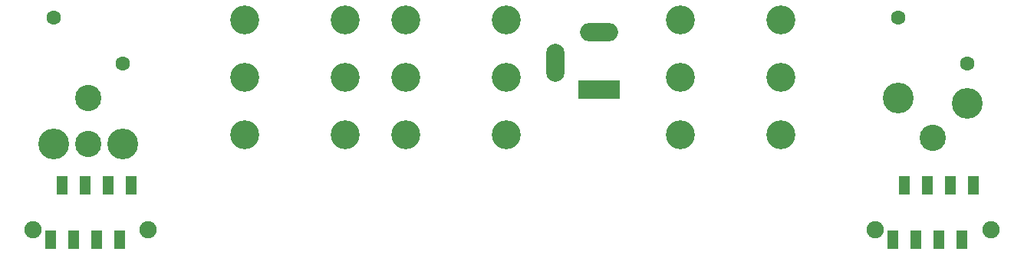
<source format=gbr>
%TF.GenerationSoftware,KiCad,Pcbnew,(6.0.9-0)*%
%TF.CreationDate,2024-08-25T20:51:05+02:00*%
%TF.ProjectId,preamp-test-jacks-board,70726561-6d70-42d7-9465-73742d6a6163,rev?*%
%TF.SameCoordinates,Original*%
%TF.FileFunction,Soldermask,Top*%
%TF.FilePolarity,Negative*%
%FSLAX46Y46*%
G04 Gerber Fmt 4.6, Leading zero omitted, Abs format (unit mm)*
G04 Created by KiCad (PCBNEW (6.0.9-0)) date 2024-08-25 20:51:05*
%MOMM*%
%LPD*%
G01*
G04 APERTURE LIST*
%ADD10C,1.900000*%
%ADD11R,1.200000X2.000000*%
%ADD12C,1.600000*%
%ADD13C,3.400000*%
%ADD14C,2.900000*%
%ADD15R,4.600000X2.000000*%
%ADD16O,4.200000X2.000000*%
%ADD17O,2.000000X4.200000*%
%ADD18C,3.200000*%
G04 APERTURE END LIST*
D10*
%TO.C,J8*%
X59870000Y-68900000D03*
X47130000Y-68900000D03*
D11*
X49050000Y-70000000D03*
X50320000Y-64000000D03*
X51590000Y-70000000D03*
X52860000Y-64000000D03*
X54130000Y-70000000D03*
X55400000Y-64000000D03*
X56670000Y-70000000D03*
X57940000Y-64000000D03*
%TD*%
D12*
%TO.C,J4*%
X57060000Y-50500000D03*
X49440000Y-45420000D03*
D13*
X57060000Y-59390000D03*
X49440000Y-59390000D03*
D14*
X53250000Y-59390000D03*
X53250000Y-54310000D03*
%TD*%
D15*
%TO.C,J1*%
X109600000Y-53350000D03*
D16*
X109600000Y-47050000D03*
D17*
X104800000Y-50450000D03*
%TD*%
D10*
%TO.C,J7*%
X140130000Y-68900000D03*
X152870000Y-68900000D03*
D11*
X142050000Y-70000000D03*
X143320000Y-64000000D03*
X144590000Y-70000000D03*
X145860000Y-64000000D03*
X147130000Y-70000000D03*
X148400000Y-64000000D03*
X149670000Y-70000000D03*
X150940000Y-64000000D03*
%TD*%
D18*
%TO.C,J6*%
X70500000Y-52000000D03*
X81600000Y-52000000D03*
X70500000Y-45700000D03*
X81600000Y-45700000D03*
X70500000Y-58350000D03*
X81600000Y-58350000D03*
%TD*%
%TO.C,J5*%
X118600000Y-52000000D03*
X129700000Y-52000000D03*
X129700000Y-45700000D03*
X118600000Y-45700000D03*
X118600000Y-58350000D03*
X129700000Y-58350000D03*
%TD*%
D12*
%TO.C,J2*%
X142640000Y-45410000D03*
X150260000Y-50490000D03*
D13*
X142640000Y-54300000D03*
X150260000Y-54935000D03*
D14*
X146450000Y-58750000D03*
%TD*%
D18*
%TO.C,J3*%
X88300000Y-52000000D03*
X99400000Y-52000000D03*
X88300000Y-45700000D03*
X99400000Y-45700000D03*
X88300000Y-58350000D03*
X99400000Y-58350000D03*
%TD*%
M02*

</source>
